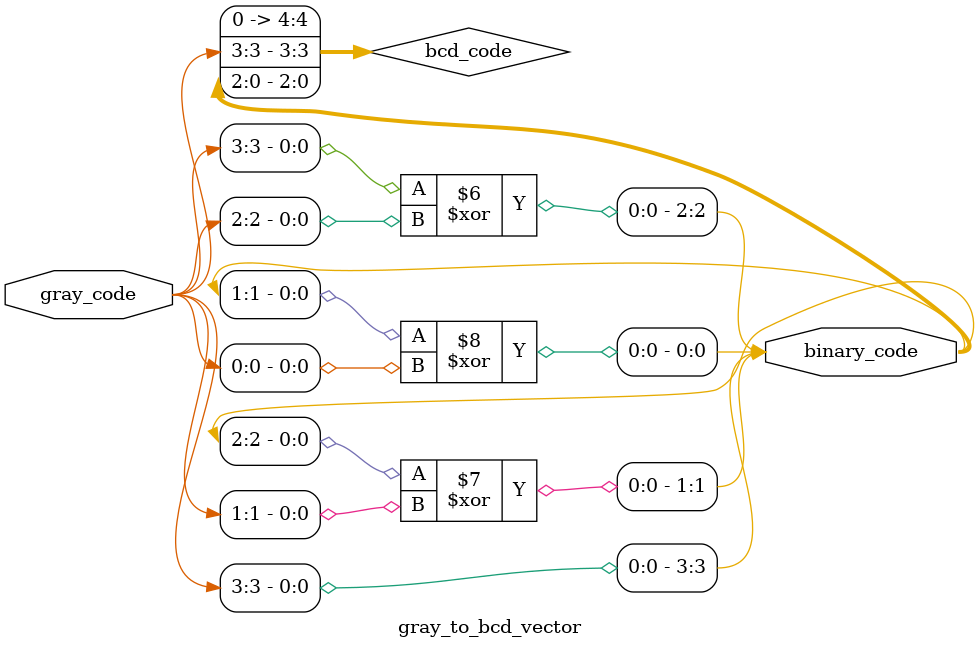
<source format=sv>
`timescale 1ns / 1ps


module gray_to_bcd_vector(
    input wire[3:0]     gray_code,
    output reg[3:0]     binary_code
    );
    
    reg[4:0] bcd_code = 5'b0;           //  this algorithm will require an extra bit
    
    always_comb begin
        for(int i = 3; i >= 0 ; i--) begin
            bcd_code[i] = bcd_code[i + 1] ^ gray_code[i];       //  b[i] = b[i+1] ^ g[i]
        end
        binary_code = bcd_code[3:0];
    end
endmodule
    
</source>
